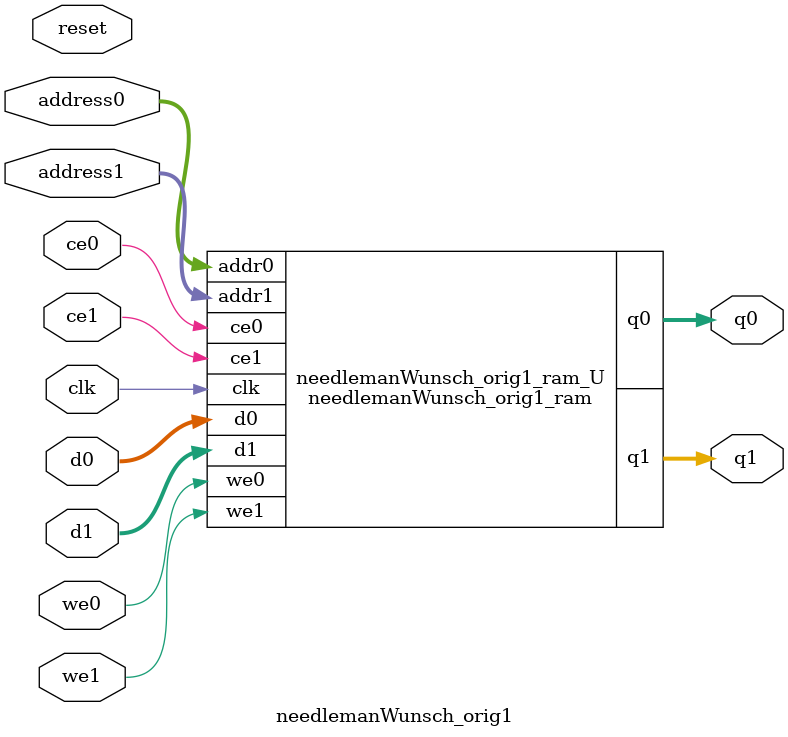
<source format=v>

`timescale 1 ns / 1 ps
module needlemanWunsch_orig1_ram (addr0, ce0, d0, we0, q0, addr1, ce1, d1, we1, q1,  clk);

parameter DWIDTH = 20;
parameter AWIDTH = 7;
parameter MEM_SIZE = 100;

input[AWIDTH-1:0] addr0;
input ce0;
input[DWIDTH-1:0] d0;
input we0;
output reg[DWIDTH-1:0] q0;
input[AWIDTH-1:0] addr1;
input ce1;
input[DWIDTH-1:0] d1;
input we1;
output reg[DWIDTH-1:0] q1;
input clk;

(* ram_style = "block" *)reg [DWIDTH-1:0] ram[MEM_SIZE-1:0];




always @(posedge clk)  
begin 
    if (ce0) 
    begin
        if (we0) 
        begin 
            ram[addr0] <= d0; 
            q0 <= d0;
        end 
        else 
            q0 <= ram[addr0];
    end
end


always @(posedge clk)  
begin 
    if (ce1) 
    begin
        if (we1) 
        begin 
            ram[addr1] <= d1; 
            q1 <= d1;
        end 
        else 
            q1 <= ram[addr1];
    end
end


endmodule


`timescale 1 ns / 1 ps
module needlemanWunsch_orig1(
    reset,
    clk,
    address0,
    ce0,
    we0,
    d0,
    q0,
    address1,
    ce1,
    we1,
    d1,
    q1);

parameter DataWidth = 32'd20;
parameter AddressRange = 32'd100;
parameter AddressWidth = 32'd7;
input reset;
input clk;
input[AddressWidth - 1:0] address0;
input ce0;
input we0;
input[DataWidth - 1:0] d0;
output[DataWidth - 1:0] q0;
input[AddressWidth - 1:0] address1;
input ce1;
input we1;
input[DataWidth - 1:0] d1;
output[DataWidth - 1:0] q1;



needlemanWunsch_orig1_ram needlemanWunsch_orig1_ram_U(
    .clk( clk ),
    .addr0( address0 ),
    .ce0( ce0 ),
    .d0( d0 ),
    .we0( we0 ),
    .q0( q0 ),
    .addr1( address1 ),
    .ce1( ce1 ),
    .d1( d1 ),
    .we1( we1 ),
    .q1( q1 ));

endmodule


</source>
